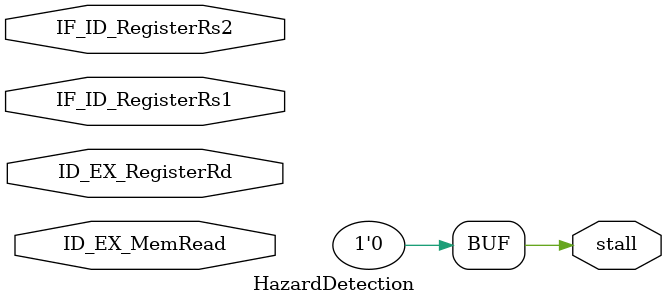
<source format=v>

`timescale 1ns/1ns
module HazardDetection(
input [4:0] IF_ID_RegisterRs1,
input [4:0] IF_ID_RegisterRs2,
input [4:0] ID_EX_RegisterRd,
input ID_EX_MemRead,
output /*reg*/ stall);


/*always @(*)
begin
if(((IF_ID_RegisterRs1==ID_EX_RegisterRd)||(IF_ID_RegisterRs2==ID_EX_RegisterRd))&&ID_EX_MemRead&&ID_EX_RegisterRd !=0)
    stall = 1;
else
    stall = 0;
end*/

assign stall=0;
endmodule


</source>
